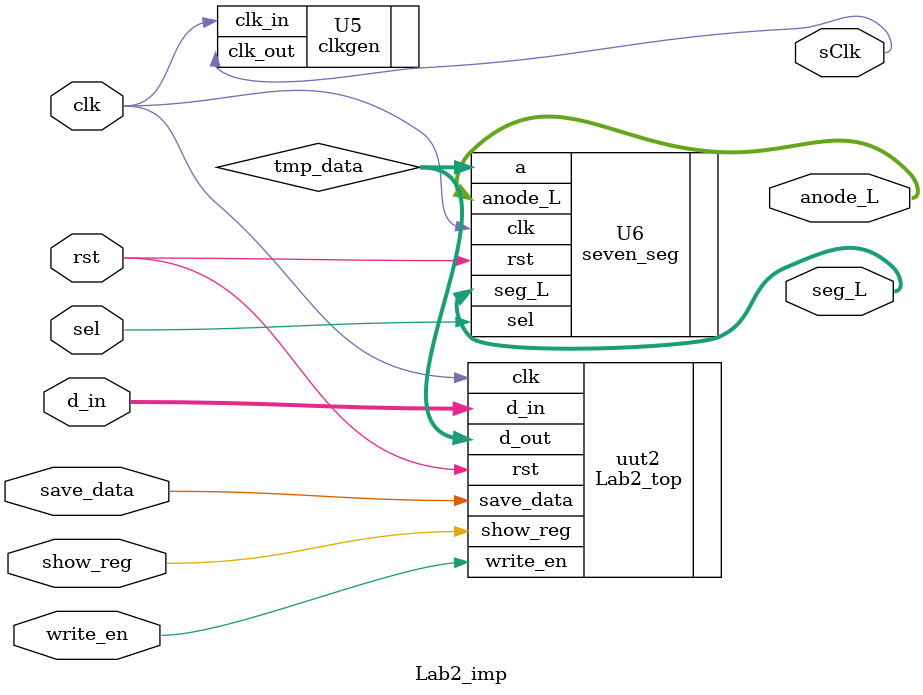
<source format=v>
`timescale 1ns / 1ps


module Lab2_imp(input clk, rst, write_en, save_data, show_reg, sel,
                input [7:0] d_in, 
                output sClk,
				output [3:0] anode_L,
				output [6:0] seg_L);
	 
	 wire [7:0] tmp_data;
	 
	 // Instantiate your Lab2_top module here. Connect d_out to tmp_data.
     Lab2_top uut2 (.clk(clk), .rst(rst), .write_en(write_en), .save_data(save_data), .show_reg(show_reg), .d_in(d_in), .d_out(tmp_data));
	 
	 clkgen   U5 (.clk_in(clk), .clk_out(sClk));
	 seven_seg U6 (.a(tmp_data), .clk(clk), .rst(rst), .sel(sel), .anode_L(anode_L), .seg_L(seg_L));

endmodule


</source>
